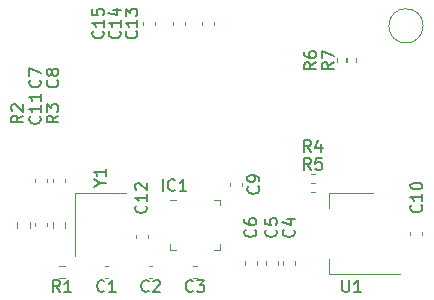
<source format=gbr>
%TF.GenerationSoftware,KiCad,Pcbnew,8.0.3*%
%TF.CreationDate,2024-06-23T17:04:57+02:00*%
%TF.ProjectId,Interface,496e7465-7266-4616-9365-2e6b69636164,rev?*%
%TF.SameCoordinates,Original*%
%TF.FileFunction,Legend,Top*%
%TF.FilePolarity,Positive*%
%FSLAX46Y46*%
G04 Gerber Fmt 4.6, Leading zero omitted, Abs format (unit mm)*
G04 Created by KiCad (PCBNEW 8.0.3) date 2024-06-23 17:04:57*
%MOMM*%
%LPD*%
G01*
G04 APERTURE LIST*
%ADD10C,0.150000*%
%ADD11C,0.120000*%
G04 APERTURE END LIST*
D10*
X108214580Y-77617857D02*
X108262200Y-77665476D01*
X108262200Y-77665476D02*
X108309819Y-77808333D01*
X108309819Y-77808333D02*
X108309819Y-77903571D01*
X108309819Y-77903571D02*
X108262200Y-78046428D01*
X108262200Y-78046428D02*
X108166961Y-78141666D01*
X108166961Y-78141666D02*
X108071723Y-78189285D01*
X108071723Y-78189285D02*
X107881247Y-78236904D01*
X107881247Y-78236904D02*
X107738390Y-78236904D01*
X107738390Y-78236904D02*
X107547914Y-78189285D01*
X107547914Y-78189285D02*
X107452676Y-78141666D01*
X107452676Y-78141666D02*
X107357438Y-78046428D01*
X107357438Y-78046428D02*
X107309819Y-77903571D01*
X107309819Y-77903571D02*
X107309819Y-77808333D01*
X107309819Y-77808333D02*
X107357438Y-77665476D01*
X107357438Y-77665476D02*
X107405057Y-77617857D01*
X108309819Y-76665476D02*
X108309819Y-77236904D01*
X108309819Y-76951190D02*
X107309819Y-76951190D01*
X107309819Y-76951190D02*
X107452676Y-77046428D01*
X107452676Y-77046428D02*
X107547914Y-77141666D01*
X107547914Y-77141666D02*
X107595533Y-77236904D01*
X107309819Y-75760714D02*
X107309819Y-76236904D01*
X107309819Y-76236904D02*
X107786009Y-76284523D01*
X107786009Y-76284523D02*
X107738390Y-76236904D01*
X107738390Y-76236904D02*
X107690771Y-76141666D01*
X107690771Y-76141666D02*
X107690771Y-75903571D01*
X107690771Y-75903571D02*
X107738390Y-75808333D01*
X107738390Y-75808333D02*
X107786009Y-75760714D01*
X107786009Y-75760714D02*
X107881247Y-75713095D01*
X107881247Y-75713095D02*
X108119342Y-75713095D01*
X108119342Y-75713095D02*
X108214580Y-75760714D01*
X108214580Y-75760714D02*
X108262200Y-75808333D01*
X108262200Y-75808333D02*
X108309819Y-75903571D01*
X108309819Y-75903571D02*
X108309819Y-76141666D01*
X108309819Y-76141666D02*
X108262200Y-76236904D01*
X108262200Y-76236904D02*
X108214580Y-76284523D01*
X109624580Y-77617857D02*
X109672200Y-77665476D01*
X109672200Y-77665476D02*
X109719819Y-77808333D01*
X109719819Y-77808333D02*
X109719819Y-77903571D01*
X109719819Y-77903571D02*
X109672200Y-78046428D01*
X109672200Y-78046428D02*
X109576961Y-78141666D01*
X109576961Y-78141666D02*
X109481723Y-78189285D01*
X109481723Y-78189285D02*
X109291247Y-78236904D01*
X109291247Y-78236904D02*
X109148390Y-78236904D01*
X109148390Y-78236904D02*
X108957914Y-78189285D01*
X108957914Y-78189285D02*
X108862676Y-78141666D01*
X108862676Y-78141666D02*
X108767438Y-78046428D01*
X108767438Y-78046428D02*
X108719819Y-77903571D01*
X108719819Y-77903571D02*
X108719819Y-77808333D01*
X108719819Y-77808333D02*
X108767438Y-77665476D01*
X108767438Y-77665476D02*
X108815057Y-77617857D01*
X109719819Y-76665476D02*
X109719819Y-77236904D01*
X109719819Y-76951190D02*
X108719819Y-76951190D01*
X108719819Y-76951190D02*
X108862676Y-77046428D01*
X108862676Y-77046428D02*
X108957914Y-77141666D01*
X108957914Y-77141666D02*
X109005533Y-77236904D01*
X109053152Y-75808333D02*
X109719819Y-75808333D01*
X108672200Y-76046428D02*
X109386485Y-76284523D01*
X109386485Y-76284523D02*
X109386485Y-75665476D01*
X111034580Y-77617857D02*
X111082200Y-77665476D01*
X111082200Y-77665476D02*
X111129819Y-77808333D01*
X111129819Y-77808333D02*
X111129819Y-77903571D01*
X111129819Y-77903571D02*
X111082200Y-78046428D01*
X111082200Y-78046428D02*
X110986961Y-78141666D01*
X110986961Y-78141666D02*
X110891723Y-78189285D01*
X110891723Y-78189285D02*
X110701247Y-78236904D01*
X110701247Y-78236904D02*
X110558390Y-78236904D01*
X110558390Y-78236904D02*
X110367914Y-78189285D01*
X110367914Y-78189285D02*
X110272676Y-78141666D01*
X110272676Y-78141666D02*
X110177438Y-78046428D01*
X110177438Y-78046428D02*
X110129819Y-77903571D01*
X110129819Y-77903571D02*
X110129819Y-77808333D01*
X110129819Y-77808333D02*
X110177438Y-77665476D01*
X110177438Y-77665476D02*
X110225057Y-77617857D01*
X111129819Y-76665476D02*
X111129819Y-77236904D01*
X111129819Y-76951190D02*
X110129819Y-76951190D01*
X110129819Y-76951190D02*
X110272676Y-77046428D01*
X110272676Y-77046428D02*
X110367914Y-77141666D01*
X110367914Y-77141666D02*
X110415533Y-77236904D01*
X110129819Y-76332142D02*
X110129819Y-75713095D01*
X110129819Y-75713095D02*
X110510771Y-76046428D01*
X110510771Y-76046428D02*
X110510771Y-75903571D01*
X110510771Y-75903571D02*
X110558390Y-75808333D01*
X110558390Y-75808333D02*
X110606009Y-75760714D01*
X110606009Y-75760714D02*
X110701247Y-75713095D01*
X110701247Y-75713095D02*
X110939342Y-75713095D01*
X110939342Y-75713095D02*
X111034580Y-75760714D01*
X111034580Y-75760714D02*
X111082200Y-75808333D01*
X111082200Y-75808333D02*
X111129819Y-75903571D01*
X111129819Y-75903571D02*
X111129819Y-76189285D01*
X111129819Y-76189285D02*
X111082200Y-76284523D01*
X111082200Y-76284523D02*
X111034580Y-76332142D01*
X104583333Y-99704819D02*
X104250000Y-99228628D01*
X104011905Y-99704819D02*
X104011905Y-98704819D01*
X104011905Y-98704819D02*
X104392857Y-98704819D01*
X104392857Y-98704819D02*
X104488095Y-98752438D01*
X104488095Y-98752438D02*
X104535714Y-98800057D01*
X104535714Y-98800057D02*
X104583333Y-98895295D01*
X104583333Y-98895295D02*
X104583333Y-99038152D01*
X104583333Y-99038152D02*
X104535714Y-99133390D01*
X104535714Y-99133390D02*
X104488095Y-99181009D01*
X104488095Y-99181009D02*
X104392857Y-99228628D01*
X104392857Y-99228628D02*
X104011905Y-99228628D01*
X105535714Y-99704819D02*
X104964286Y-99704819D01*
X105250000Y-99704819D02*
X105250000Y-98704819D01*
X105250000Y-98704819D02*
X105154762Y-98847676D01*
X105154762Y-98847676D02*
X105059524Y-98942914D01*
X105059524Y-98942914D02*
X104964286Y-98990533D01*
X128488095Y-98704819D02*
X128488095Y-99514342D01*
X128488095Y-99514342D02*
X128535714Y-99609580D01*
X128535714Y-99609580D02*
X128583333Y-99657200D01*
X128583333Y-99657200D02*
X128678571Y-99704819D01*
X128678571Y-99704819D02*
X128869047Y-99704819D01*
X128869047Y-99704819D02*
X128964285Y-99657200D01*
X128964285Y-99657200D02*
X129011904Y-99609580D01*
X129011904Y-99609580D02*
X129059523Y-99514342D01*
X129059523Y-99514342D02*
X129059523Y-98704819D01*
X130059523Y-99704819D02*
X129488095Y-99704819D01*
X129773809Y-99704819D02*
X129773809Y-98704819D01*
X129773809Y-98704819D02*
X129678571Y-98847676D01*
X129678571Y-98847676D02*
X129583333Y-98942914D01*
X129583333Y-98942914D02*
X129488095Y-98990533D01*
X112083333Y-99609580D02*
X112035714Y-99657200D01*
X112035714Y-99657200D02*
X111892857Y-99704819D01*
X111892857Y-99704819D02*
X111797619Y-99704819D01*
X111797619Y-99704819D02*
X111654762Y-99657200D01*
X111654762Y-99657200D02*
X111559524Y-99561961D01*
X111559524Y-99561961D02*
X111511905Y-99466723D01*
X111511905Y-99466723D02*
X111464286Y-99276247D01*
X111464286Y-99276247D02*
X111464286Y-99133390D01*
X111464286Y-99133390D02*
X111511905Y-98942914D01*
X111511905Y-98942914D02*
X111559524Y-98847676D01*
X111559524Y-98847676D02*
X111654762Y-98752438D01*
X111654762Y-98752438D02*
X111797619Y-98704819D01*
X111797619Y-98704819D02*
X111892857Y-98704819D01*
X111892857Y-98704819D02*
X112035714Y-98752438D01*
X112035714Y-98752438D02*
X112083333Y-98800057D01*
X112464286Y-98800057D02*
X112511905Y-98752438D01*
X112511905Y-98752438D02*
X112607143Y-98704819D01*
X112607143Y-98704819D02*
X112845238Y-98704819D01*
X112845238Y-98704819D02*
X112940476Y-98752438D01*
X112940476Y-98752438D02*
X112988095Y-98800057D01*
X112988095Y-98800057D02*
X113035714Y-98895295D01*
X113035714Y-98895295D02*
X113035714Y-98990533D01*
X113035714Y-98990533D02*
X112988095Y-99133390D01*
X112988095Y-99133390D02*
X112416667Y-99704819D01*
X112416667Y-99704819D02*
X113035714Y-99704819D01*
X101454819Y-84766666D02*
X100978628Y-85099999D01*
X101454819Y-85338094D02*
X100454819Y-85338094D01*
X100454819Y-85338094D02*
X100454819Y-84957142D01*
X100454819Y-84957142D02*
X100502438Y-84861904D01*
X100502438Y-84861904D02*
X100550057Y-84814285D01*
X100550057Y-84814285D02*
X100645295Y-84766666D01*
X100645295Y-84766666D02*
X100788152Y-84766666D01*
X100788152Y-84766666D02*
X100883390Y-84814285D01*
X100883390Y-84814285D02*
X100931009Y-84861904D01*
X100931009Y-84861904D02*
X100978628Y-84957142D01*
X100978628Y-84957142D02*
X100978628Y-85338094D01*
X100550057Y-84385713D02*
X100502438Y-84338094D01*
X100502438Y-84338094D02*
X100454819Y-84242856D01*
X100454819Y-84242856D02*
X100454819Y-84004761D01*
X100454819Y-84004761D02*
X100502438Y-83909523D01*
X100502438Y-83909523D02*
X100550057Y-83861904D01*
X100550057Y-83861904D02*
X100645295Y-83814285D01*
X100645295Y-83814285D02*
X100740533Y-83814285D01*
X100740533Y-83814285D02*
X100883390Y-83861904D01*
X100883390Y-83861904D02*
X101454819Y-84433332D01*
X101454819Y-84433332D02*
X101454819Y-83814285D01*
X102859580Y-81766666D02*
X102907200Y-81814285D01*
X102907200Y-81814285D02*
X102954819Y-81957142D01*
X102954819Y-81957142D02*
X102954819Y-82052380D01*
X102954819Y-82052380D02*
X102907200Y-82195237D01*
X102907200Y-82195237D02*
X102811961Y-82290475D01*
X102811961Y-82290475D02*
X102716723Y-82338094D01*
X102716723Y-82338094D02*
X102526247Y-82385713D01*
X102526247Y-82385713D02*
X102383390Y-82385713D01*
X102383390Y-82385713D02*
X102192914Y-82338094D01*
X102192914Y-82338094D02*
X102097676Y-82290475D01*
X102097676Y-82290475D02*
X102002438Y-82195237D01*
X102002438Y-82195237D02*
X101954819Y-82052380D01*
X101954819Y-82052380D02*
X101954819Y-81957142D01*
X101954819Y-81957142D02*
X102002438Y-81814285D01*
X102002438Y-81814285D02*
X102050057Y-81766666D01*
X101954819Y-81433332D02*
X101954819Y-80766666D01*
X101954819Y-80766666D02*
X102954819Y-81195237D01*
X107978628Y-90476190D02*
X108454819Y-90476190D01*
X107454819Y-90809523D02*
X107978628Y-90476190D01*
X107978628Y-90476190D02*
X107454819Y-90142857D01*
X108454819Y-89285714D02*
X108454819Y-89857142D01*
X108454819Y-89571428D02*
X107454819Y-89571428D01*
X107454819Y-89571428D02*
X107597676Y-89666666D01*
X107597676Y-89666666D02*
X107692914Y-89761904D01*
X107692914Y-89761904D02*
X107740533Y-89857142D01*
X104454819Y-84766666D02*
X103978628Y-85099999D01*
X104454819Y-85338094D02*
X103454819Y-85338094D01*
X103454819Y-85338094D02*
X103454819Y-84957142D01*
X103454819Y-84957142D02*
X103502438Y-84861904D01*
X103502438Y-84861904D02*
X103550057Y-84814285D01*
X103550057Y-84814285D02*
X103645295Y-84766666D01*
X103645295Y-84766666D02*
X103788152Y-84766666D01*
X103788152Y-84766666D02*
X103883390Y-84814285D01*
X103883390Y-84814285D02*
X103931009Y-84861904D01*
X103931009Y-84861904D02*
X103978628Y-84957142D01*
X103978628Y-84957142D02*
X103978628Y-85338094D01*
X103454819Y-84433332D02*
X103454819Y-83814285D01*
X103454819Y-83814285D02*
X103835771Y-84147618D01*
X103835771Y-84147618D02*
X103835771Y-84004761D01*
X103835771Y-84004761D02*
X103883390Y-83909523D01*
X103883390Y-83909523D02*
X103931009Y-83861904D01*
X103931009Y-83861904D02*
X104026247Y-83814285D01*
X104026247Y-83814285D02*
X104264342Y-83814285D01*
X104264342Y-83814285D02*
X104359580Y-83861904D01*
X104359580Y-83861904D02*
X104407200Y-83909523D01*
X104407200Y-83909523D02*
X104454819Y-84004761D01*
X104454819Y-84004761D02*
X104454819Y-84290475D01*
X104454819Y-84290475D02*
X104407200Y-84385713D01*
X104407200Y-84385713D02*
X104359580Y-84433332D01*
X121359580Y-90766666D02*
X121407200Y-90814285D01*
X121407200Y-90814285D02*
X121454819Y-90957142D01*
X121454819Y-90957142D02*
X121454819Y-91052380D01*
X121454819Y-91052380D02*
X121407200Y-91195237D01*
X121407200Y-91195237D02*
X121311961Y-91290475D01*
X121311961Y-91290475D02*
X121216723Y-91338094D01*
X121216723Y-91338094D02*
X121026247Y-91385713D01*
X121026247Y-91385713D02*
X120883390Y-91385713D01*
X120883390Y-91385713D02*
X120692914Y-91338094D01*
X120692914Y-91338094D02*
X120597676Y-91290475D01*
X120597676Y-91290475D02*
X120502438Y-91195237D01*
X120502438Y-91195237D02*
X120454819Y-91052380D01*
X120454819Y-91052380D02*
X120454819Y-90957142D01*
X120454819Y-90957142D02*
X120502438Y-90814285D01*
X120502438Y-90814285D02*
X120550057Y-90766666D01*
X121454819Y-90290475D02*
X121454819Y-90099999D01*
X121454819Y-90099999D02*
X121407200Y-90004761D01*
X121407200Y-90004761D02*
X121359580Y-89957142D01*
X121359580Y-89957142D02*
X121216723Y-89861904D01*
X121216723Y-89861904D02*
X121026247Y-89814285D01*
X121026247Y-89814285D02*
X120645295Y-89814285D01*
X120645295Y-89814285D02*
X120550057Y-89861904D01*
X120550057Y-89861904D02*
X120502438Y-89909523D01*
X120502438Y-89909523D02*
X120454819Y-90004761D01*
X120454819Y-90004761D02*
X120454819Y-90195237D01*
X120454819Y-90195237D02*
X120502438Y-90290475D01*
X120502438Y-90290475D02*
X120550057Y-90338094D01*
X120550057Y-90338094D02*
X120645295Y-90385713D01*
X120645295Y-90385713D02*
X120883390Y-90385713D01*
X120883390Y-90385713D02*
X120978628Y-90338094D01*
X120978628Y-90338094D02*
X121026247Y-90290475D01*
X121026247Y-90290475D02*
X121073866Y-90195237D01*
X121073866Y-90195237D02*
X121073866Y-90004761D01*
X121073866Y-90004761D02*
X121026247Y-89909523D01*
X121026247Y-89909523D02*
X120978628Y-89861904D01*
X120978628Y-89861904D02*
X120883390Y-89814285D01*
X102859580Y-84842857D02*
X102907200Y-84890476D01*
X102907200Y-84890476D02*
X102954819Y-85033333D01*
X102954819Y-85033333D02*
X102954819Y-85128571D01*
X102954819Y-85128571D02*
X102907200Y-85271428D01*
X102907200Y-85271428D02*
X102811961Y-85366666D01*
X102811961Y-85366666D02*
X102716723Y-85414285D01*
X102716723Y-85414285D02*
X102526247Y-85461904D01*
X102526247Y-85461904D02*
X102383390Y-85461904D01*
X102383390Y-85461904D02*
X102192914Y-85414285D01*
X102192914Y-85414285D02*
X102097676Y-85366666D01*
X102097676Y-85366666D02*
X102002438Y-85271428D01*
X102002438Y-85271428D02*
X101954819Y-85128571D01*
X101954819Y-85128571D02*
X101954819Y-85033333D01*
X101954819Y-85033333D02*
X102002438Y-84890476D01*
X102002438Y-84890476D02*
X102050057Y-84842857D01*
X102954819Y-83890476D02*
X102954819Y-84461904D01*
X102954819Y-84176190D02*
X101954819Y-84176190D01*
X101954819Y-84176190D02*
X102097676Y-84271428D01*
X102097676Y-84271428D02*
X102192914Y-84366666D01*
X102192914Y-84366666D02*
X102240533Y-84461904D01*
X102954819Y-82938095D02*
X102954819Y-83509523D01*
X102954819Y-83223809D02*
X101954819Y-83223809D01*
X101954819Y-83223809D02*
X102097676Y-83319047D01*
X102097676Y-83319047D02*
X102192914Y-83414285D01*
X102192914Y-83414285D02*
X102240533Y-83509523D01*
X125833333Y-89354819D02*
X125500000Y-88878628D01*
X125261905Y-89354819D02*
X125261905Y-88354819D01*
X125261905Y-88354819D02*
X125642857Y-88354819D01*
X125642857Y-88354819D02*
X125738095Y-88402438D01*
X125738095Y-88402438D02*
X125785714Y-88450057D01*
X125785714Y-88450057D02*
X125833333Y-88545295D01*
X125833333Y-88545295D02*
X125833333Y-88688152D01*
X125833333Y-88688152D02*
X125785714Y-88783390D01*
X125785714Y-88783390D02*
X125738095Y-88831009D01*
X125738095Y-88831009D02*
X125642857Y-88878628D01*
X125642857Y-88878628D02*
X125261905Y-88878628D01*
X126738095Y-88354819D02*
X126261905Y-88354819D01*
X126261905Y-88354819D02*
X126214286Y-88831009D01*
X126214286Y-88831009D02*
X126261905Y-88783390D01*
X126261905Y-88783390D02*
X126357143Y-88735771D01*
X126357143Y-88735771D02*
X126595238Y-88735771D01*
X126595238Y-88735771D02*
X126690476Y-88783390D01*
X126690476Y-88783390D02*
X126738095Y-88831009D01*
X126738095Y-88831009D02*
X126785714Y-88926247D01*
X126785714Y-88926247D02*
X126785714Y-89164342D01*
X126785714Y-89164342D02*
X126738095Y-89259580D01*
X126738095Y-89259580D02*
X126690476Y-89307200D01*
X126690476Y-89307200D02*
X126595238Y-89354819D01*
X126595238Y-89354819D02*
X126357143Y-89354819D01*
X126357143Y-89354819D02*
X126261905Y-89307200D01*
X126261905Y-89307200D02*
X126214286Y-89259580D01*
X121109580Y-94416666D02*
X121157200Y-94464285D01*
X121157200Y-94464285D02*
X121204819Y-94607142D01*
X121204819Y-94607142D02*
X121204819Y-94702380D01*
X121204819Y-94702380D02*
X121157200Y-94845237D01*
X121157200Y-94845237D02*
X121061961Y-94940475D01*
X121061961Y-94940475D02*
X120966723Y-94988094D01*
X120966723Y-94988094D02*
X120776247Y-95035713D01*
X120776247Y-95035713D02*
X120633390Y-95035713D01*
X120633390Y-95035713D02*
X120442914Y-94988094D01*
X120442914Y-94988094D02*
X120347676Y-94940475D01*
X120347676Y-94940475D02*
X120252438Y-94845237D01*
X120252438Y-94845237D02*
X120204819Y-94702380D01*
X120204819Y-94702380D02*
X120204819Y-94607142D01*
X120204819Y-94607142D02*
X120252438Y-94464285D01*
X120252438Y-94464285D02*
X120300057Y-94416666D01*
X120204819Y-93559523D02*
X120204819Y-93749999D01*
X120204819Y-93749999D02*
X120252438Y-93845237D01*
X120252438Y-93845237D02*
X120300057Y-93892856D01*
X120300057Y-93892856D02*
X120442914Y-93988094D01*
X120442914Y-93988094D02*
X120633390Y-94035713D01*
X120633390Y-94035713D02*
X121014342Y-94035713D01*
X121014342Y-94035713D02*
X121109580Y-93988094D01*
X121109580Y-93988094D02*
X121157200Y-93940475D01*
X121157200Y-93940475D02*
X121204819Y-93845237D01*
X121204819Y-93845237D02*
X121204819Y-93654761D01*
X121204819Y-93654761D02*
X121157200Y-93559523D01*
X121157200Y-93559523D02*
X121109580Y-93511904D01*
X121109580Y-93511904D02*
X121014342Y-93464285D01*
X121014342Y-93464285D02*
X120776247Y-93464285D01*
X120776247Y-93464285D02*
X120681009Y-93511904D01*
X120681009Y-93511904D02*
X120633390Y-93559523D01*
X120633390Y-93559523D02*
X120585771Y-93654761D01*
X120585771Y-93654761D02*
X120585771Y-93845237D01*
X120585771Y-93845237D02*
X120633390Y-93940475D01*
X120633390Y-93940475D02*
X120681009Y-93988094D01*
X120681009Y-93988094D02*
X120776247Y-94035713D01*
X126254819Y-80266666D02*
X125778628Y-80599999D01*
X126254819Y-80838094D02*
X125254819Y-80838094D01*
X125254819Y-80838094D02*
X125254819Y-80457142D01*
X125254819Y-80457142D02*
X125302438Y-80361904D01*
X125302438Y-80361904D02*
X125350057Y-80314285D01*
X125350057Y-80314285D02*
X125445295Y-80266666D01*
X125445295Y-80266666D02*
X125588152Y-80266666D01*
X125588152Y-80266666D02*
X125683390Y-80314285D01*
X125683390Y-80314285D02*
X125731009Y-80361904D01*
X125731009Y-80361904D02*
X125778628Y-80457142D01*
X125778628Y-80457142D02*
X125778628Y-80838094D01*
X125254819Y-79409523D02*
X125254819Y-79599999D01*
X125254819Y-79599999D02*
X125302438Y-79695237D01*
X125302438Y-79695237D02*
X125350057Y-79742856D01*
X125350057Y-79742856D02*
X125492914Y-79838094D01*
X125492914Y-79838094D02*
X125683390Y-79885713D01*
X125683390Y-79885713D02*
X126064342Y-79885713D01*
X126064342Y-79885713D02*
X126159580Y-79838094D01*
X126159580Y-79838094D02*
X126207200Y-79790475D01*
X126207200Y-79790475D02*
X126254819Y-79695237D01*
X126254819Y-79695237D02*
X126254819Y-79504761D01*
X126254819Y-79504761D02*
X126207200Y-79409523D01*
X126207200Y-79409523D02*
X126159580Y-79361904D01*
X126159580Y-79361904D02*
X126064342Y-79314285D01*
X126064342Y-79314285D02*
X125826247Y-79314285D01*
X125826247Y-79314285D02*
X125731009Y-79361904D01*
X125731009Y-79361904D02*
X125683390Y-79409523D01*
X125683390Y-79409523D02*
X125635771Y-79504761D01*
X125635771Y-79504761D02*
X125635771Y-79695237D01*
X125635771Y-79695237D02*
X125683390Y-79790475D01*
X125683390Y-79790475D02*
X125731009Y-79838094D01*
X125731009Y-79838094D02*
X125826247Y-79885713D01*
X122859580Y-94416666D02*
X122907200Y-94464285D01*
X122907200Y-94464285D02*
X122954819Y-94607142D01*
X122954819Y-94607142D02*
X122954819Y-94702380D01*
X122954819Y-94702380D02*
X122907200Y-94845237D01*
X122907200Y-94845237D02*
X122811961Y-94940475D01*
X122811961Y-94940475D02*
X122716723Y-94988094D01*
X122716723Y-94988094D02*
X122526247Y-95035713D01*
X122526247Y-95035713D02*
X122383390Y-95035713D01*
X122383390Y-95035713D02*
X122192914Y-94988094D01*
X122192914Y-94988094D02*
X122097676Y-94940475D01*
X122097676Y-94940475D02*
X122002438Y-94845237D01*
X122002438Y-94845237D02*
X121954819Y-94702380D01*
X121954819Y-94702380D02*
X121954819Y-94607142D01*
X121954819Y-94607142D02*
X122002438Y-94464285D01*
X122002438Y-94464285D02*
X122050057Y-94416666D01*
X121954819Y-93511904D02*
X121954819Y-93988094D01*
X121954819Y-93988094D02*
X122431009Y-94035713D01*
X122431009Y-94035713D02*
X122383390Y-93988094D01*
X122383390Y-93988094D02*
X122335771Y-93892856D01*
X122335771Y-93892856D02*
X122335771Y-93654761D01*
X122335771Y-93654761D02*
X122383390Y-93559523D01*
X122383390Y-93559523D02*
X122431009Y-93511904D01*
X122431009Y-93511904D02*
X122526247Y-93464285D01*
X122526247Y-93464285D02*
X122764342Y-93464285D01*
X122764342Y-93464285D02*
X122859580Y-93511904D01*
X122859580Y-93511904D02*
X122907200Y-93559523D01*
X122907200Y-93559523D02*
X122954819Y-93654761D01*
X122954819Y-93654761D02*
X122954819Y-93892856D01*
X122954819Y-93892856D02*
X122907200Y-93988094D01*
X122907200Y-93988094D02*
X122859580Y-94035713D01*
X127754819Y-80266666D02*
X127278628Y-80599999D01*
X127754819Y-80838094D02*
X126754819Y-80838094D01*
X126754819Y-80838094D02*
X126754819Y-80457142D01*
X126754819Y-80457142D02*
X126802438Y-80361904D01*
X126802438Y-80361904D02*
X126850057Y-80314285D01*
X126850057Y-80314285D02*
X126945295Y-80266666D01*
X126945295Y-80266666D02*
X127088152Y-80266666D01*
X127088152Y-80266666D02*
X127183390Y-80314285D01*
X127183390Y-80314285D02*
X127231009Y-80361904D01*
X127231009Y-80361904D02*
X127278628Y-80457142D01*
X127278628Y-80457142D02*
X127278628Y-80838094D01*
X126754819Y-79933332D02*
X126754819Y-79266666D01*
X126754819Y-79266666D02*
X127754819Y-79695237D01*
X113273810Y-91154819D02*
X113273810Y-90154819D01*
X114321428Y-91059580D02*
X114273809Y-91107200D01*
X114273809Y-91107200D02*
X114130952Y-91154819D01*
X114130952Y-91154819D02*
X114035714Y-91154819D01*
X114035714Y-91154819D02*
X113892857Y-91107200D01*
X113892857Y-91107200D02*
X113797619Y-91011961D01*
X113797619Y-91011961D02*
X113750000Y-90916723D01*
X113750000Y-90916723D02*
X113702381Y-90726247D01*
X113702381Y-90726247D02*
X113702381Y-90583390D01*
X113702381Y-90583390D02*
X113750000Y-90392914D01*
X113750000Y-90392914D02*
X113797619Y-90297676D01*
X113797619Y-90297676D02*
X113892857Y-90202438D01*
X113892857Y-90202438D02*
X114035714Y-90154819D01*
X114035714Y-90154819D02*
X114130952Y-90154819D01*
X114130952Y-90154819D02*
X114273809Y-90202438D01*
X114273809Y-90202438D02*
X114321428Y-90250057D01*
X115273809Y-91154819D02*
X114702381Y-91154819D01*
X114988095Y-91154819D02*
X114988095Y-90154819D01*
X114988095Y-90154819D02*
X114892857Y-90297676D01*
X114892857Y-90297676D02*
X114797619Y-90392914D01*
X114797619Y-90392914D02*
X114702381Y-90440533D01*
X111859580Y-92392857D02*
X111907200Y-92440476D01*
X111907200Y-92440476D02*
X111954819Y-92583333D01*
X111954819Y-92583333D02*
X111954819Y-92678571D01*
X111954819Y-92678571D02*
X111907200Y-92821428D01*
X111907200Y-92821428D02*
X111811961Y-92916666D01*
X111811961Y-92916666D02*
X111716723Y-92964285D01*
X111716723Y-92964285D02*
X111526247Y-93011904D01*
X111526247Y-93011904D02*
X111383390Y-93011904D01*
X111383390Y-93011904D02*
X111192914Y-92964285D01*
X111192914Y-92964285D02*
X111097676Y-92916666D01*
X111097676Y-92916666D02*
X111002438Y-92821428D01*
X111002438Y-92821428D02*
X110954819Y-92678571D01*
X110954819Y-92678571D02*
X110954819Y-92583333D01*
X110954819Y-92583333D02*
X111002438Y-92440476D01*
X111002438Y-92440476D02*
X111050057Y-92392857D01*
X111954819Y-91440476D02*
X111954819Y-92011904D01*
X111954819Y-91726190D02*
X110954819Y-91726190D01*
X110954819Y-91726190D02*
X111097676Y-91821428D01*
X111097676Y-91821428D02*
X111192914Y-91916666D01*
X111192914Y-91916666D02*
X111240533Y-92011904D01*
X111050057Y-91059523D02*
X111002438Y-91011904D01*
X111002438Y-91011904D02*
X110954819Y-90916666D01*
X110954819Y-90916666D02*
X110954819Y-90678571D01*
X110954819Y-90678571D02*
X111002438Y-90583333D01*
X111002438Y-90583333D02*
X111050057Y-90535714D01*
X111050057Y-90535714D02*
X111145295Y-90488095D01*
X111145295Y-90488095D02*
X111240533Y-90488095D01*
X111240533Y-90488095D02*
X111383390Y-90535714D01*
X111383390Y-90535714D02*
X111954819Y-91107142D01*
X111954819Y-91107142D02*
X111954819Y-90488095D01*
X135159580Y-92342857D02*
X135207200Y-92390476D01*
X135207200Y-92390476D02*
X135254819Y-92533333D01*
X135254819Y-92533333D02*
X135254819Y-92628571D01*
X135254819Y-92628571D02*
X135207200Y-92771428D01*
X135207200Y-92771428D02*
X135111961Y-92866666D01*
X135111961Y-92866666D02*
X135016723Y-92914285D01*
X135016723Y-92914285D02*
X134826247Y-92961904D01*
X134826247Y-92961904D02*
X134683390Y-92961904D01*
X134683390Y-92961904D02*
X134492914Y-92914285D01*
X134492914Y-92914285D02*
X134397676Y-92866666D01*
X134397676Y-92866666D02*
X134302438Y-92771428D01*
X134302438Y-92771428D02*
X134254819Y-92628571D01*
X134254819Y-92628571D02*
X134254819Y-92533333D01*
X134254819Y-92533333D02*
X134302438Y-92390476D01*
X134302438Y-92390476D02*
X134350057Y-92342857D01*
X135254819Y-91390476D02*
X135254819Y-91961904D01*
X135254819Y-91676190D02*
X134254819Y-91676190D01*
X134254819Y-91676190D02*
X134397676Y-91771428D01*
X134397676Y-91771428D02*
X134492914Y-91866666D01*
X134492914Y-91866666D02*
X134540533Y-91961904D01*
X134254819Y-90771428D02*
X134254819Y-90676190D01*
X134254819Y-90676190D02*
X134302438Y-90580952D01*
X134302438Y-90580952D02*
X134350057Y-90533333D01*
X134350057Y-90533333D02*
X134445295Y-90485714D01*
X134445295Y-90485714D02*
X134635771Y-90438095D01*
X134635771Y-90438095D02*
X134873866Y-90438095D01*
X134873866Y-90438095D02*
X135064342Y-90485714D01*
X135064342Y-90485714D02*
X135159580Y-90533333D01*
X135159580Y-90533333D02*
X135207200Y-90580952D01*
X135207200Y-90580952D02*
X135254819Y-90676190D01*
X135254819Y-90676190D02*
X135254819Y-90771428D01*
X135254819Y-90771428D02*
X135207200Y-90866666D01*
X135207200Y-90866666D02*
X135159580Y-90914285D01*
X135159580Y-90914285D02*
X135064342Y-90961904D01*
X135064342Y-90961904D02*
X134873866Y-91009523D01*
X134873866Y-91009523D02*
X134635771Y-91009523D01*
X134635771Y-91009523D02*
X134445295Y-90961904D01*
X134445295Y-90961904D02*
X134350057Y-90914285D01*
X134350057Y-90914285D02*
X134302438Y-90866666D01*
X134302438Y-90866666D02*
X134254819Y-90771428D01*
X125833333Y-87854819D02*
X125500000Y-87378628D01*
X125261905Y-87854819D02*
X125261905Y-86854819D01*
X125261905Y-86854819D02*
X125642857Y-86854819D01*
X125642857Y-86854819D02*
X125738095Y-86902438D01*
X125738095Y-86902438D02*
X125785714Y-86950057D01*
X125785714Y-86950057D02*
X125833333Y-87045295D01*
X125833333Y-87045295D02*
X125833333Y-87188152D01*
X125833333Y-87188152D02*
X125785714Y-87283390D01*
X125785714Y-87283390D02*
X125738095Y-87331009D01*
X125738095Y-87331009D02*
X125642857Y-87378628D01*
X125642857Y-87378628D02*
X125261905Y-87378628D01*
X126690476Y-87188152D02*
X126690476Y-87854819D01*
X126452381Y-86807200D02*
X126214286Y-87521485D01*
X126214286Y-87521485D02*
X126833333Y-87521485D01*
X108333333Y-99609580D02*
X108285714Y-99657200D01*
X108285714Y-99657200D02*
X108142857Y-99704819D01*
X108142857Y-99704819D02*
X108047619Y-99704819D01*
X108047619Y-99704819D02*
X107904762Y-99657200D01*
X107904762Y-99657200D02*
X107809524Y-99561961D01*
X107809524Y-99561961D02*
X107761905Y-99466723D01*
X107761905Y-99466723D02*
X107714286Y-99276247D01*
X107714286Y-99276247D02*
X107714286Y-99133390D01*
X107714286Y-99133390D02*
X107761905Y-98942914D01*
X107761905Y-98942914D02*
X107809524Y-98847676D01*
X107809524Y-98847676D02*
X107904762Y-98752438D01*
X107904762Y-98752438D02*
X108047619Y-98704819D01*
X108047619Y-98704819D02*
X108142857Y-98704819D01*
X108142857Y-98704819D02*
X108285714Y-98752438D01*
X108285714Y-98752438D02*
X108333333Y-98800057D01*
X109285714Y-99704819D02*
X108714286Y-99704819D01*
X109000000Y-99704819D02*
X109000000Y-98704819D01*
X109000000Y-98704819D02*
X108904762Y-98847676D01*
X108904762Y-98847676D02*
X108809524Y-98942914D01*
X108809524Y-98942914D02*
X108714286Y-98990533D01*
X115833333Y-99609580D02*
X115785714Y-99657200D01*
X115785714Y-99657200D02*
X115642857Y-99704819D01*
X115642857Y-99704819D02*
X115547619Y-99704819D01*
X115547619Y-99704819D02*
X115404762Y-99657200D01*
X115404762Y-99657200D02*
X115309524Y-99561961D01*
X115309524Y-99561961D02*
X115261905Y-99466723D01*
X115261905Y-99466723D02*
X115214286Y-99276247D01*
X115214286Y-99276247D02*
X115214286Y-99133390D01*
X115214286Y-99133390D02*
X115261905Y-98942914D01*
X115261905Y-98942914D02*
X115309524Y-98847676D01*
X115309524Y-98847676D02*
X115404762Y-98752438D01*
X115404762Y-98752438D02*
X115547619Y-98704819D01*
X115547619Y-98704819D02*
X115642857Y-98704819D01*
X115642857Y-98704819D02*
X115785714Y-98752438D01*
X115785714Y-98752438D02*
X115833333Y-98800057D01*
X116166667Y-98704819D02*
X116785714Y-98704819D01*
X116785714Y-98704819D02*
X116452381Y-99085771D01*
X116452381Y-99085771D02*
X116595238Y-99085771D01*
X116595238Y-99085771D02*
X116690476Y-99133390D01*
X116690476Y-99133390D02*
X116738095Y-99181009D01*
X116738095Y-99181009D02*
X116785714Y-99276247D01*
X116785714Y-99276247D02*
X116785714Y-99514342D01*
X116785714Y-99514342D02*
X116738095Y-99609580D01*
X116738095Y-99609580D02*
X116690476Y-99657200D01*
X116690476Y-99657200D02*
X116595238Y-99704819D01*
X116595238Y-99704819D02*
X116309524Y-99704819D01*
X116309524Y-99704819D02*
X116214286Y-99657200D01*
X116214286Y-99657200D02*
X116166667Y-99609580D01*
X124359580Y-94416666D02*
X124407200Y-94464285D01*
X124407200Y-94464285D02*
X124454819Y-94607142D01*
X124454819Y-94607142D02*
X124454819Y-94702380D01*
X124454819Y-94702380D02*
X124407200Y-94845237D01*
X124407200Y-94845237D02*
X124311961Y-94940475D01*
X124311961Y-94940475D02*
X124216723Y-94988094D01*
X124216723Y-94988094D02*
X124026247Y-95035713D01*
X124026247Y-95035713D02*
X123883390Y-95035713D01*
X123883390Y-95035713D02*
X123692914Y-94988094D01*
X123692914Y-94988094D02*
X123597676Y-94940475D01*
X123597676Y-94940475D02*
X123502438Y-94845237D01*
X123502438Y-94845237D02*
X123454819Y-94702380D01*
X123454819Y-94702380D02*
X123454819Y-94607142D01*
X123454819Y-94607142D02*
X123502438Y-94464285D01*
X123502438Y-94464285D02*
X123550057Y-94416666D01*
X123788152Y-93559523D02*
X124454819Y-93559523D01*
X123407200Y-93797618D02*
X124121485Y-94035713D01*
X124121485Y-94035713D02*
X124121485Y-93416666D01*
X104359580Y-81766666D02*
X104407200Y-81814285D01*
X104407200Y-81814285D02*
X104454819Y-81957142D01*
X104454819Y-81957142D02*
X104454819Y-82052380D01*
X104454819Y-82052380D02*
X104407200Y-82195237D01*
X104407200Y-82195237D02*
X104311961Y-82290475D01*
X104311961Y-82290475D02*
X104216723Y-82338094D01*
X104216723Y-82338094D02*
X104026247Y-82385713D01*
X104026247Y-82385713D02*
X103883390Y-82385713D01*
X103883390Y-82385713D02*
X103692914Y-82338094D01*
X103692914Y-82338094D02*
X103597676Y-82290475D01*
X103597676Y-82290475D02*
X103502438Y-82195237D01*
X103502438Y-82195237D02*
X103454819Y-82052380D01*
X103454819Y-82052380D02*
X103454819Y-81957142D01*
X103454819Y-81957142D02*
X103502438Y-81814285D01*
X103502438Y-81814285D02*
X103550057Y-81766666D01*
X103883390Y-81195237D02*
X103835771Y-81290475D01*
X103835771Y-81290475D02*
X103788152Y-81338094D01*
X103788152Y-81338094D02*
X103692914Y-81385713D01*
X103692914Y-81385713D02*
X103645295Y-81385713D01*
X103645295Y-81385713D02*
X103550057Y-81338094D01*
X103550057Y-81338094D02*
X103502438Y-81290475D01*
X103502438Y-81290475D02*
X103454819Y-81195237D01*
X103454819Y-81195237D02*
X103454819Y-81004761D01*
X103454819Y-81004761D02*
X103502438Y-80909523D01*
X103502438Y-80909523D02*
X103550057Y-80861904D01*
X103550057Y-80861904D02*
X103645295Y-80814285D01*
X103645295Y-80814285D02*
X103692914Y-80814285D01*
X103692914Y-80814285D02*
X103788152Y-80861904D01*
X103788152Y-80861904D02*
X103835771Y-80909523D01*
X103835771Y-80909523D02*
X103883390Y-81004761D01*
X103883390Y-81004761D02*
X103883390Y-81195237D01*
X103883390Y-81195237D02*
X103931009Y-81290475D01*
X103931009Y-81290475D02*
X103978628Y-81338094D01*
X103978628Y-81338094D02*
X104073866Y-81385713D01*
X104073866Y-81385713D02*
X104264342Y-81385713D01*
X104264342Y-81385713D02*
X104359580Y-81338094D01*
X104359580Y-81338094D02*
X104407200Y-81290475D01*
X104407200Y-81290475D02*
X104454819Y-81195237D01*
X104454819Y-81195237D02*
X104454819Y-81004761D01*
X104454819Y-81004761D02*
X104407200Y-80909523D01*
X104407200Y-80909523D02*
X104359580Y-80861904D01*
X104359580Y-80861904D02*
X104264342Y-80814285D01*
X104264342Y-80814285D02*
X104073866Y-80814285D01*
X104073866Y-80814285D02*
X103978628Y-80861904D01*
X103978628Y-80861904D02*
X103931009Y-80909523D01*
X103931009Y-80909523D02*
X103883390Y-81004761D01*
D11*
%TO.C,C15*%
X112635000Y-76828733D02*
X112635000Y-77121267D01*
X111615000Y-76828733D02*
X111615000Y-77121267D01*
%TO.C,C14*%
X115145000Y-76828733D02*
X115145000Y-77121267D01*
X114125000Y-76828733D02*
X114125000Y-77121267D01*
%TO.C,C13*%
X117655000Y-76828733D02*
X117655000Y-77121267D01*
X116635000Y-76828733D02*
X116635000Y-77121267D01*
%TO.C,TP2*%
X135325000Y-77175000D02*
G75*
G02*
X132425000Y-77175000I-1450000J0D01*
G01*
X132425000Y-77175000D02*
G75*
G02*
X135325000Y-77175000I1450000J0D01*
G01*
%TO.C,R1*%
X105004724Y-98522500D02*
X104495276Y-98522500D01*
X105004724Y-97477500D02*
X104495276Y-97477500D01*
%TO.C,U1*%
X133350000Y-98160000D02*
X127340000Y-98160000D01*
X131100000Y-91340000D02*
X127340000Y-91340000D01*
X127340000Y-98160000D02*
X127340000Y-96900000D01*
X127340000Y-91340000D02*
X127340000Y-92600000D01*
%TO.C,C2*%
X112396267Y-98510000D02*
X112103733Y-98510000D01*
X112396267Y-97490000D02*
X112103733Y-97490000D01*
%TO.C,R2*%
X100977500Y-94254724D02*
X100977500Y-93745276D01*
X102022500Y-94254724D02*
X102022500Y-93745276D01*
%TO.C,C7*%
X102490000Y-90396267D02*
X102490000Y-90103733D01*
X103510000Y-90396267D02*
X103510000Y-90103733D01*
%TO.C,Y1*%
X110150000Y-91300000D02*
X105850000Y-91300000D01*
X105850000Y-91300000D02*
X105850000Y-96700000D01*
%TO.C,R3*%
X105022500Y-93745276D02*
X105022500Y-94254724D01*
X103977500Y-93745276D02*
X103977500Y-94254724D01*
%TO.C,C9*%
X118990000Y-90746267D02*
X118990000Y-90453733D01*
X120010000Y-90746267D02*
X120010000Y-90453733D01*
%TO.C,C11*%
X103510000Y-93853733D02*
X103510000Y-94146267D01*
X102490000Y-93853733D02*
X102490000Y-94146267D01*
%TO.C,R5*%
X125832379Y-90495000D02*
X126167621Y-90495000D01*
X125832379Y-91255000D02*
X126167621Y-91255000D01*
%TO.C,C6*%
X121260000Y-97103733D02*
X121260000Y-97396267D01*
X120240000Y-97103733D02*
X120240000Y-97396267D01*
%TO.C,R6*%
X128805000Y-79932379D02*
X128805000Y-80267621D01*
X128045000Y-79932379D02*
X128045000Y-80267621D01*
%TO.C,C5*%
X123010000Y-97103733D02*
X123010000Y-97396267D01*
X121990000Y-97103733D02*
X121990000Y-97396267D01*
%TO.C,R7*%
X129605000Y-79932379D02*
X129605000Y-80267621D01*
X128845000Y-79932379D02*
X128845000Y-80267621D01*
%TO.C,IC1*%
X113890000Y-96110000D02*
X113890000Y-95635000D01*
X114365000Y-91890000D02*
X113890000Y-91890000D01*
X114365000Y-96110000D02*
X113890000Y-96110000D01*
X117635000Y-91890000D02*
X118110000Y-91890000D01*
X117635000Y-96110000D02*
X118110000Y-96110000D01*
X118110000Y-91890000D02*
X118110000Y-92365000D01*
X118110000Y-96110000D02*
X118110000Y-95635000D01*
%TO.C,C12*%
X112010000Y-94853733D02*
X112010000Y-95146267D01*
X110990000Y-94853733D02*
X110990000Y-95146267D01*
%TO.C,C10*%
X135260000Y-94603733D02*
X135260000Y-94896267D01*
X134240000Y-94603733D02*
X134240000Y-94896267D01*
%TO.C,R4*%
X125832379Y-89695000D02*
X126167621Y-89695000D01*
X125832379Y-90455000D02*
X126167621Y-90455000D01*
%TO.C,C1*%
X108646267Y-98510000D02*
X108353733Y-98510000D01*
X108646267Y-97490000D02*
X108353733Y-97490000D01*
%TO.C,C3*%
X115853733Y-97490000D02*
X116146267Y-97490000D01*
X115853733Y-98510000D02*
X116146267Y-98510000D01*
%TO.C,C4*%
X124510000Y-97103733D02*
X124510000Y-97396267D01*
X123490000Y-97103733D02*
X123490000Y-97396267D01*
%TO.C,C8*%
X103990000Y-90396267D02*
X103990000Y-90103733D01*
X105010000Y-90396267D02*
X105010000Y-90103733D01*
%TD*%
M02*

</source>
